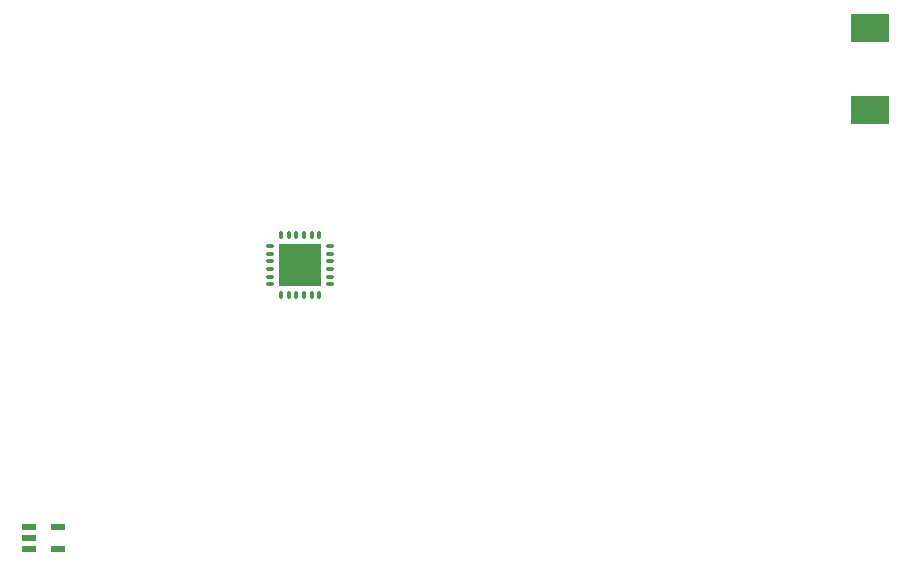
<source format=gtp>
%FSLAX25Y25*%
%MOIN*%
G70*
G01*
G75*
G04 Layer_Color=8421504*
%ADD10O,0.02953X0.01181*%
%ADD11O,0.01181X0.02953*%
%ADD12R,0.14173X0.14173*%
%ADD13R,0.12992X0.09449*%
%ADD14R,0.05118X0.02165*%
%ADD15C,0.01181*%
%ADD16C,0.05512*%
%ADD17C,0.04724*%
%ADD18C,0.05118*%
%ADD19R,0.05906X0.05906*%
%ADD20C,0.05906*%
%ADD21R,0.05906X0.05906*%
%ADD22C,0.06496*%
%ADD23O,0.09843X0.05512*%
G04:AMPARAMS|DCode=24|XSize=59.84mil|YSize=59.84mil|CornerRadius=14.96mil|HoleSize=0mil|Usage=FLASHONLY|Rotation=270.000|XOffset=0mil|YOffset=0mil|HoleType=Round|Shape=RoundedRectangle|*
%AMROUNDEDRECTD24*
21,1,0.05984,0.02992,0,0,270.0*
21,1,0.02992,0.05984,0,0,270.0*
1,1,0.02992,-0.01496,-0.01496*
1,1,0.02992,-0.01496,0.01496*
1,1,0.02992,0.01496,0.01496*
1,1,0.02992,0.01496,-0.01496*
%
%ADD24ROUNDEDRECTD24*%
%ADD25C,0.05984*%
%ADD26C,0.06299*%
%ADD27C,0.01969*%
%ADD28C,0.04000*%
%ADD29C,0.07347*%
%ADD30C,0.06756*%
%ADD31C,0.06756*%
%ADD32C,0.07543*%
%ADD33C,0.07937*%
%ADD34O,0.09906X0.06953*%
%ADD35C,0.01000*%
%ADD36C,0.00984*%
%ADD37C,0.00787*%
%ADD38C,0.00800*%
D10*
X441862Y430398D02*
D03*
Y427839D02*
D03*
Y425280D02*
D03*
Y422720D02*
D03*
Y420161D02*
D03*
Y417602D02*
D03*
X462138D02*
D03*
Y420161D02*
D03*
Y422720D02*
D03*
Y425280D02*
D03*
Y427839D02*
D03*
Y430398D02*
D03*
D11*
X445602Y413862D02*
D03*
X448161D02*
D03*
X450720D02*
D03*
X453280D02*
D03*
X455839D02*
D03*
X458398D02*
D03*
Y434138D02*
D03*
X455839D02*
D03*
X453280D02*
D03*
X450720D02*
D03*
X448161D02*
D03*
X445602D02*
D03*
D12*
X452000Y424000D02*
D03*
D13*
X642000Y503181D02*
D03*
Y475819D02*
D03*
D14*
X371224Y336740D02*
D03*
Y329260D02*
D03*
X361776D02*
D03*
Y333000D02*
D03*
Y336740D02*
D03*
M02*

</source>
